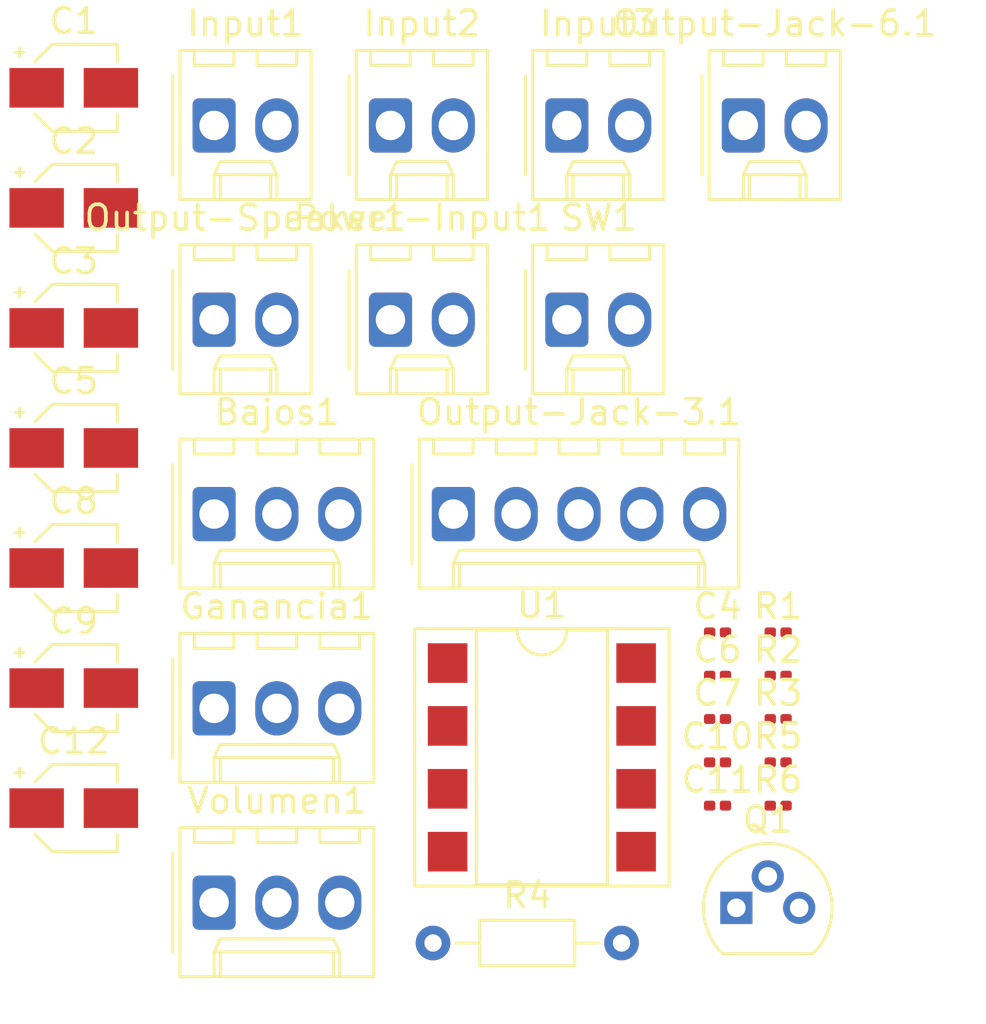
<source format=kicad_pcb>
(kicad_pcb (version 20240108) (generator "pcbnew") (generator_version "8.0")
  (layers (0 "F.Cu" signal) (31 "B.Cu" signal) (34 "B.Paste" user) (35 "F.Paste" user) (36 "B.SilkS" user "B.Silkscreen") (37 "F.SilkS" user "F.Silkscreen") (38 "B.Mask" user) (39 "F.Mask" user) (44 "Edge.Cuts" user))
  (net 0 "")
  (net 1 "Net-(Bajos1-Pad2)")
  (net 3 "Net-(Bajos1-Pad3)")
  (net 4 "Net-(Q1-G)")
  (net 5 "Net-(Input1-Pin_2)")
  (net 6 "GND")
  (net 7 "Net-(C2-Pad1)")
  (net 8 "Net-(Q1-D)")
  (net 9 "Net-(C3-Pad2)")
  (net 10 "Net-(SW1A-B)")
  (net 11 "Net-(C8-Pad1)")
  (net 12 "Net-(C9-Pad2)")
  (net 13 "Net-(C9-Pad1)")
  (net 14 "Net-(C10-Pad1)")
  (net 15 "Net-(C10-Pad2)")
  (net 16 "Net-(C12-Pad2)")
  (net 18 "Net-(Output-Jack-6.1-Pin_1)")
  (net 19 "Net-(Output-Speaker1-Pin_1)")
  (net 20 "Net-(Power-Input1-Pin_2)")
  (net 21 "Net-(Q1-S)")
  (net 22 "Net-(U1-BYPASS)")
  (net 23 "Net-(U1-+)")
  (footprint "Resistor_SMD:R_0201_0603Metric" (layer "F.Cu") (at 53.65 44.12)
    (property "Reference" "R2" (at 0 -1.05 0) (layer "F.SilkS"))
    (property "Value" "1,2kΩ")
    (pad "1" smd roundrect (at -0.32 0) (size 0.46 0.4) (layers "F.Cu" "F.Mask") (net 7 "Net-(C2-Pad1)"))
    (pad "2" smd roundrect (at 0.32 0) (size 0.46 0.4) (layers "F.Cu" "F.Mask") (net 8 "Net-(Q1-D)"))
  )
  (footprint "Capacitor_SMD:CP_Elec_3x5.3" (layer "F.Cu") (at 25.18 34.92)
    (property "Reference" "C5" (at 0 -2.7 0) (layer "F.SilkS"))
    (property "Value" "100µF")
    (fp_line (start -2.375 -1.435) (end -2 -1.435) (stroke (width 0.12)) (layer "F.SilkS"))
    (fp_line (start -2.1875 -1.6225) (end -2.1875 -1.2475) (stroke (width 0.12)) (layer "F.SilkS"))
    (fp_line (start -1.570563 -1.06) (end -0.870563 -1.76) (stroke (width 0.12)) (layer "F.SilkS"))
    (fp_line (start -1.570563 1.06) (end -0.870563 1.76) (stroke (width 0.12)) (layer "F.SilkS"))
    (fp_line (start -0.870563 -1.76) (end 1.76 -1.76) (stroke (width 0.12)) (layer "F.SilkS"))
    (fp_line (start -0.870563 1.76) (end 1.76 1.76) (stroke (width 0.12)) (layer "F.SilkS"))
    (fp_line (start 1.76 -1.76) (end 1.76 -1.06) (stroke (width 0.12)) (layer "F.SilkS"))
    (fp_line (start 1.76 1.76) (end 1.76 1.06) (stroke (width 0.12)) (layer "F.SilkS"))
    (pad "1" smd rect (at -1.5 0) (size 2.2 1.6) (layers "F.Cu" "F.Paste" "F.Mask") (net 10 "Net-(SW1A-B)"))
    (pad "2" smd rect (at 1.5 0) (size 2.2 1.6) (layers "F.Cu" "F.Paste" "F.Mask") (net 6 "GND"))
  )
  (footprint "Resistor_SMD:R_0201_0603Metric" (layer "F.Cu") (at 53.65 42.37)
    (property "Reference" "R1" (at 0 -1.05 0) (layer "F.SilkS"))
    (property "Value" "10MΩ")
    (pad "1" smd roundrect (at -0.32 0) (size 0.46 0.4) (layers "F.Cu" "F.Mask") (net 4 "Net-(Q1-G)"))
    (pad "2" smd roundrect (at 0.32 0) (size 0.46 0.4) (layers "F.Cu" "F.Mask") (net 6 "GND"))
  )
  (footprint "Resistor_SMD:R_0201_0603Metric" (layer "F.Cu") (at 53.65 49.37)
    (property "Reference" "R6" (at 0 -1.05 0) (layer "F.SilkS"))
    (property "Value" "10Ω")
    (pad "1" smd roundrect (at -0.32 0) (size 0.46 0.4) (layers "F.Cu" "F.Mask") (net 15 "Net-(C10-Pad2)"))
    (pad "2" smd roundrect (at 0.32 0) (size 0.46 0.4) (layers "F.Cu" "F.Mask") (net 6 "GND"))
  )
  (footprint "Connector_Molex:Molex_KK-254_AE-6410-05A_1x05_P2.54mm_Vertical" (layer "F.Cu") (at 40.52 37.59)
    (property "Reference" "Output-Jack-3.1" (at 5.08 -4.12 0) (layer "F.SilkS"))
    (property "Value" "AudioJack2_Ground_Switch")
    (fp_line (start -1.67 -2) (end -1.67 2) (stroke (width 0.12)) (layer "F.SilkS"))
    (fp_line (start -1.38 -3.03) (end -1.38 2.99) (stroke (width 0.12)) (layer "F.SilkS"))
    (fp_line (start -1.38 2.99) (end 11.54 2.99) (stroke (width 0.12)) (layer "F.SilkS"))
    (fp_line (start -0.8 -3.03) (end -0.8 -2.43) (stroke (width 0.12)) (layer "F.SilkS"))
    (fp_line (start -0.8 -2.43) (end 0.8 -2.43) (stroke (width 0.12)) (layer "F.SilkS"))
    (fp_line (start 0 1.99) (end 0.25 1.46) (stroke (width 0.12)) (layer "F.SilkS"))
    (fp_line (start 0 1.99) (end 10.16 1.99) (stroke (width 0.12)) (layer "F.SilkS"))
    (fp_line (start 0 2.99) (end 0 1.99) (stroke (width 0.12)) (layer "F.SilkS"))
    (fp_line (start 0.25 1.46) (end 9.91 1.46) (stroke (width 0.12)) (layer "F.SilkS"))
    (fp_line (start 0.25 2.99) (end 0.25 1.99) (stroke (width 0.12)) (layer "F.SilkS"))
    (fp_line (start 0.8 -2.43) (end 0.8 -3.03) (stroke (width 0.12)) (layer "F.SilkS"))
    (fp_line (start 1.74 -3.03) (end 1.74 -2.43) (stroke (width 0.12)) (layer "F.SilkS"))
    (fp_line (start 1.74 -2.43) (end 3.34 -2.43) (stroke (width 0.12)) (layer "F.SilkS"))
    (fp_line (start 3.34 -2.43) (end 3.34 -3.03) (stroke (width 0.12)) (layer "F.SilkS"))
    (fp_line (start 4.28 -3.03) (end 4.28 -2.43) (stroke (width 0.12)) (layer "F.SilkS"))
    (fp_line (start 4.28 -2.43) (end 5.88 -2.43) (stroke (width 0.12)) (layer "F.SilkS"))
    (fp_line (start 5.88 -2.43) (end 5.88 -3.03) (stroke (width 0.12)) (layer "F.SilkS"))
    (fp_line (start 6.82 -3.03) (end 6.82 -2.43) (stroke (width 0.12)) (layer "F.SilkS"))
    (fp_line (start 6.82 -2.43) (end 8.42 -2.43) (stroke (width 0.12)) (layer "F.SilkS"))
    (fp_line (start 8.42 -2.43) (end 8.42 -3.03) (stroke (width 0.12)) (layer "F.SilkS"))
    (fp_line (start 9.36 -3.03) (end 9.36 -2.43) (stroke (width 0.12)) (layer "F.SilkS"))
    (fp_line (start 9.36 -2.43) (end 10.96 -2.43) (stroke (width 0.12)) (layer "F.SilkS"))
    (fp_line (start 9.91 1.46) (end 10.16 1.99) (stroke (width 0.12)) (layer "F.SilkS"))
    (fp_line (start 9.91 2.99) (end 9.91 1.99) (stroke (width 0.12)) (layer "F.SilkS"))
    (fp_line (start 10.16 1.99) (end 10.16 2.99) (stroke (width 0.12)) (layer "F.SilkS"))
    (fp_line (start 10.96 -2.43) (end 10.96 -3.03) (stroke (width 0.12)) (layer "F.SilkS"))
    (fp_line (start 11.54 -3.03) (end -1.38 -3.03) (stroke (width 0.12)) (layer "F.SilkS"))
    (fp_line (start 11.54 2.99) (end 11.54 -3.03) (stroke (width 0.12)) (layer "F.SilkS"))
    (pad "1" thru_hole roundrect (at 0 0) (size 1.74 2.19) (drill 1.19) (layers "*.Cu" "*.Mask") (roundrect_rratio 0.143678))
    (pad "2" thru_hole oval (at 2.54 0) (size 1.74 2.19) (drill 1.19) (layers "*.Cu" "*.Mask"))
    (pad "3" thru_hole oval (at 5.08 0) (size 1.74 2.19) (drill 1.19) (layers "*.Cu" "*.Mask"))
    (pad "4" thru_hole oval (at 7.62 0) (size 1.74 2.19) (drill 1.19) (layers "*.Cu" "*.Mask"))
    (pad "5" thru_hole oval (at 10.16 0) (size 1.74 2.19) (drill 1.19) (layers "*.Cu" "*.Mask"))
  )
  (footprint "Package_TO_SOT_THT:TO-92" (layer "F.Cu") (at 51.96 53.5)
    (property "Reference" "Q1" (at 1.27 -3.56 0) (layer "F.SilkS"))
    (property "Value" "MPF102")
    (fp_line (start -0.53 1.85) (end 3.07 1.85) (stroke (width 0.12)) (layer "F.SilkS"))
    (fp_arc (start -0.568478 1.838478) (mid -1.132087 -0.994977) (end 1.27 -2.6) (stroke (width 0.12)) (layer "F.SilkS"))
    (fp_arc (start 1.27 -2.6) (mid 3.672087 -0.994977) (end 3.108478 1.838478) (stroke (width 0.12)) (layer "F.SilkS"))
    (pad "1" thru_hole rect (at 0 0) (size 1.3 1.3) (drill 0.75) (layers "*.Cu" "*.Mask") (net 8 "Net-(Q1-D)"))
    (pad "2" thru_hole circle (at 1.27 -1.27) (size 1.3 1.3) (drill 0.75) (layers "*.Cu" "*.Mask") (net 4 "Net-(Q1-G)"))
    (pad "3" thru_hole circle (at 2.54 0) (size 1.3 1.3) (drill 0.75) (layers "*.Cu" "*.Mask") (net 21 "Net-(Q1-S)"))
  )
  (footprint "Resistor_THT:R_Axial_DIN0204_L3.6mm_D1.6mm_P7.62mm_Horizontal" (layer "F.Cu") (at 39.7 54.92)
    (property "Reference" "R4" (at 3.81 -1.92 0) (layer "F.SilkS"))
    (property "Value" "10Ω")
    (fp_line (start 0.94 0) (end 1.89 0) (stroke (width 0.12)) (layer "F.SilkS"))
    (fp_line (start 1.89 -0.92) (end 1.89 0.92) (stroke (width 0.12)) (layer "F.SilkS"))
    (fp_line (start 1.89 0.92) (end 5.73 0.92) (stroke (width 0.12)) (layer "F.SilkS"))
    (fp_line (start 5.73 -0.92) (end 1.89 -0.92) (stroke (width 0.12)) (layer "F.SilkS"))
    (fp_line (start 5.73 0.92) (end 5.73 -0.92) (stroke (width 0.12)) (layer "F.SilkS"))
    (fp_line (start 6.68 0) (end 5.73 0) (stroke (width 0.12)) (layer "F.SilkS"))
    (pad "1" thru_hole circle (at 0 0) (size 1.4 1.4) (drill 0.7) (layers "*.Cu" "*.Mask") (net 7 "Net-(C2-Pad1)"))
    (pad "2" thru_hole oval (at 7.62 0) (size 1.4 1.4) (drill 0.7) (layers "*.Cu" "*.Mask") (net 10 "Net-(SW1A-B)"))
  )
  (footprint "Capacitor_SMD:CP_Elec_3x5.3" (layer "F.Cu") (at 25.18 25.22)
    (property "Reference" "C2" (at 0 -2.7 0) (layer "F.SilkS"))
    (property "Value" "100µF")
    (fp_line (start -2.375 -1.435) (end -2 -1.435) (stroke (width 0.12)) (layer "F.SilkS"))
    (fp_line (start -2.1875 -1.6225) (end -2.1875 -1.2475) (stroke (width 0.12)) (layer "F.SilkS"))
    (fp_line (start -1.570563 -1.06) (end -0.870563 -1.76) (stroke (width 0.12)) (layer "F.SilkS"))
    (fp_line (start -1.570563 1.06) (end -0.870563 1.76) (stroke (width 0.12)) (layer "F.SilkS"))
    (fp_line (start -0.870563 -1.76) (end 1.76 -1.76) (stroke (width 0.12)) (layer "F.SilkS"))
    (fp_line (start -0.870563 1.76) (end 1.76 1.76) (stroke (width 0.12)) (layer "F.SilkS"))
    (fp_line (start 1.76 -1.76) (end 1.76 -1.06) (stroke (width 0.12)) (layer "F.SilkS"))
    (fp_line (start 1.76 1.76) (end 1.76 1.06) (stroke (width 0.12)) (layer "F.SilkS"))
    (pad "1" smd rect (at -1.5 0) (size 2.2 1.6) (layers "F.Cu" "F.Paste" "F.Mask") (net 7 "Net-(C2-Pad1)"))
    (pad "2" smd rect (at 1.5 0) (size 2.2 1.6) (layers "F.Cu" "F.Paste" "F.Mask") (net 6 "GND"))
  )
  (footprint "Connector_Molex:Molex_KK-254_AE-6410-02A_1x02_P2.54mm_Vertical" (layer "F.Cu") (at 45.11 21.89)
    (property "Reference" "Input3" (at 1.27 -4.12 0) (layer "F.SilkS"))
    (property "Value" "Screw_Terminal_01x02")
    (fp_line (start -1.67 -2) (end -1.67 2) (stroke (width 0.12)) (layer "F.SilkS"))
    (fp_line (start -1.38 -3.03) (end -1.38 2.99) (stroke (width 0.12)) (layer "F.SilkS"))
    (fp_line (start -1.38 2.99) (end 3.92 2.99) (stroke (width 0.12)) (layer "F.SilkS"))
    (fp_line (start -0.8 -3.03) (end -0.8 -2.43) (stroke (width 0.12)) (layer "F.SilkS"))
    (fp_line (start -0.8 -2.43) (end 0.8 -2.43) (stroke (width 0.12)) (layer "F.SilkS"))
    (fp_line (start 0 1.99) (end 0.25 1.46) (stroke (width 0.12)) (layer "F.SilkS"))
    (fp_line (start 0 1.99) (end 2.54 1.99) (stroke (width 0.12)) (layer "F.SilkS"))
    (fp_line (start 0 2.99) (end 0 1.99) (stroke (width 0.12)) (layer "F.SilkS"))
    (fp_line (start 0.25 1.46) (end 2.29 1.46) (stroke (width 0.12)) (layer "F.SilkS"))
    (fp_line (start 0.25 2.99) (end 0.25 1.99) (stroke (width 0.12)) (layer "F.SilkS"))
    (fp_line (start 0.8 -2.43) (end 0.8 -3.03) (stroke (width 0.12)) (layer "F.SilkS"))
    (fp_line (start 1.74 -3.03) (end 1.74 -2.43) (stroke (width 0.12)) (layer "F.SilkS"))
    (fp_line (start 1.74 -2.43) (end 3.34 -2.43) (stroke (width 0.12)) (layer "F.SilkS"))
    (fp_line (start 2.29 1.46) (end 2.54 1.99) (stroke (width 0.12)) (layer "F.SilkS"))
    (fp_line (start 2.29 2.99) (end 2.29 1.99) (stroke (width 0.12)) (layer "F.SilkS"))
    (fp_line (start 2.54 1.99) (end 2.54 2.99) (stroke (width 0.12)) (layer "F.SilkS"))
    (fp_line (start 3.34 -2.43) (end 3.34 -3.03) (stroke (width 0.12)) (layer "F.SilkS"))
    (fp_line (start 3.92 -3.03) (end -1.38 -3.03) (stroke (width 0.12)) (layer "F.SilkS"))
    (fp_line (start 3.92 2.99) (end 3.92 -3.03) (stroke (width 0.12)) (layer "F.SilkS"))
    (pad "1" thru_hole roundrect (at 0 0) (size 1.74 2.19) (drill 1.19) (layers "*.Cu" "*.Mask") (roundrect_rratio 0.143678) (net 6 "GND"))
    (pad "2" thru_hole oval (at 2.54 0) (size 1.74 2.19) (drill 1.19) (layers "*.Cu" "*.Mask") (net 5 "Net-(Input1-Pin_2)"))
  )
  (footprint "Resistor_SMD:R_0201_0603Metric" (layer "F.Cu") (at 53.65 45.87)
    (property "Reference" "R3" (at 0 -1.05 0) (layer "F.SilkS"))
    (property "Value" "470Ω")
    (pad "1" smd roundrect (at -0.32 0) (size 0.46 0.4) (layers "F.Cu" "F.Mask") (net 21 "Net-(Q1-S)"))
    (pad "2" smd roundrect (at 0.32 0) (size 0.46 0.4) (layers "F.Cu" "F.Mask") (net 6 "GND"))
  )
  (footprint "Connector_Molex:Molex_KK-254_AE-6410-03A_1x03_P2.54mm_Vertical" (layer "F.Cu") (at 30.85 53.29)
    (property "Reference" "Volumen1" (at 2.54 -4.12 0) (layer "F.SilkS"))
    (property "Value" "10KΩ")
    (fp_line (start -1.67 -2) (end -1.67 2) (stroke (width 0.12)) (layer "F.SilkS"))
    (fp_line (start -1.38 -3.03) (end -1.38 2.99) (stroke (width 0.12)) (layer "F.SilkS"))
    (fp_line (start -1.38 2.99) (end 6.46 2.99) (stroke (width 0.12)) (layer "F.SilkS"))
    (fp_line (start -0.8 -3.03) (end -0.8 -2.43) (stroke (width 0.12)) (layer "F.SilkS"))
    (fp_line (start -0.8 -2.43) (end 0.8 -2.43) (stroke (width 0.12)) (layer "F.SilkS"))
    (fp_line (start 0 1.99) (end 0.25 1.46) (stroke (width 0.12)) (layer "F.SilkS"))
    (fp_line (start 0 1.99) (end 5.08 1.99) (stroke (width 0.12)) (layer "F.SilkS"))
    (fp_line (start 0 2.99) (end 0 1.99) (stroke (width 0.12)) (layer "F.SilkS"))
    (fp_line (start 0.25 1.46) (end 4.83 1.46) (stroke (width 0.12)) (layer "F.SilkS"))
    (fp_line (start 0.25 2.99) (end 0.25 1.99) (stroke (width 0.12)) (layer "F.SilkS"))
    (fp_line (start 0.8 -2.43) (end 0.8 -3.03) (stroke (width 0.12)) (layer "F.SilkS"))
    (fp_line (start 1.74 -3.03) (end 1.74 -2.43) (stroke (width 0.12)) (layer "F.SilkS"))
    (fp_line (start 1.74 -2.43) (end 3.34 -2.43) (stroke (width 0.12)) (layer "F.SilkS"))
    (fp_line (start 3.34 -2.43) (end 3.34 -3.03) (stroke (width 0.12)) (layer "F.SilkS"))
    (fp_line (start 4.28 -3.03) (end 4.28 -2.43) (stroke (width 0.12)) (layer "F.SilkS"))
    (fp_line (start 4.28 -2.43) (end 5.88 -2.43) (stroke (width 0.12)) (layer "F.SilkS"))
    (fp_line (start 4.83 1.46) (end 5.08 1.99) (stroke (width 0.12)) (layer "F.SilkS"))
    (fp_line (start 4.83 2.99) (end 4.83 1.99) (stroke (width 0.12)) (layer "F.SilkS"))
    (fp_line (start 5.08 1.99) (end 5.08 2.99) (stroke (width 0.12)) (layer "F.SilkS"))
    (fp_line (start 5.88 -2.43) (end 5.88 -3.03) (stroke (width 0.12)) (layer "F.SilkS"))
    (fp_line (start 6.46 -3.03) (end -1.38 -3.03) (stroke (width 0.12)) (layer "F.SilkS"))
    (fp_line (start 6.46 2.99) (end 6.46 -3.03) (stroke (width 0.12)) (layer "F.SilkS"))
    (pad "1" thru_hole roundrect (at 0 0) (size 1.74 2.19) (drill 1.19) (layers "*.Cu" "*.Mask") (roundrect_rratio 0.143678) (net 9 "Net-(C3-Pad2)"))
    (pad "2" thru_hole oval (at 2.54 0) (size 1.74 2.19) (drill 1.19) (layers "*.Cu" "*.Mask") (net 23 "Net-(U1-+)"))
    (pad "3" thru_hole oval (at 5.08 0) (size 1.74 2.19) (drill 1.19) (layers "*.Cu" "*.Mask") (net 6 "GND"))
  )
  (footprint "Connector_Molex:Molex_KK-254_AE-6410-03A_1x03_P2.54mm_Vertical" (layer "F.Cu") (at 30.85 37.59)
    (property "Reference" "Bajos1" (at 2.54 -4.12 0) (layer "F.SilkS"))
    (property "Value" "10KΩ")
    (fp_line (start -1.67 -2) (end -1.67 2) (stroke (width 0.12)) (layer "F.SilkS"))
    (fp_line (start -1.38 -3.03) (end -1.38 2.99) (stroke (width 0.12)) (layer "F.SilkS"))
    (fp_line (start -1.38 2.99) (end 6.46 2.99) (stroke (width 0.12)) (layer "F.SilkS"))
    (fp_line (start -0.8 -3.03) (end -0.8 -2.43) (stroke (width 0.12)) (layer "F.SilkS"))
    (fp_line (start -0.8 -2.43) (end 0.8 -2.43) (stroke (width 0.12)) (layer "F.SilkS"))
    (fp_line (start 0 1.99) (end 0.25 1.46) (stroke (width 0.12)) (layer "F.SilkS"))
    (fp_line (start 0 1.99) (end 5.08 1.99) (stroke (width 0.12)) (layer "F.SilkS"))
    (fp_line (start 0 2.99) (end 0 1.99) (stroke (width 0.12)) (layer "F.SilkS"))
    (fp_line (start 0.25 1.46) (end 4.83 1.46) (stroke (width 0.12)) (layer "F.SilkS"))
    (fp_line (start 0.25 2.99) (end 0.25 1.99) (stroke (width 0.12)) (layer "F.SilkS"))
    (fp_line (start 0.8 -2.43) (end 0.8 -3.03) (stroke (width 0.12)) (layer "F.SilkS"))
    (fp_line (start 1.74 -3.03) (end 1.74 -2.43) (stroke (width 0.12)) (layer "F.SilkS"))
    (fp_line (start 1.74 -2.43) (end 3.34 -2.43) (stroke (width 0.12)) (layer "F.SilkS"))
    (fp_line (start 3.34 -2.43) (end 3.34 -3.03) (stroke (width 0.12)) (layer "F.SilkS"))
    (fp_line (start 4.28 -3.03) (end 4.28 -2.43) (stroke (width 0.12)) (layer "F.SilkS"))
    (fp_line (start 4.28 -2.43) (end 5.88 -2.43) (stroke (width 0.12)) (layer "F.SilkS"))
    (fp_line (start 4.83 1.46) (end 5.08 1.99) (stroke (width 0.12)) (layer "F.SilkS"))
    (fp_line (start 4.83 2.99) (end 4.83 1.99) (stroke (width 0.12)) (layer "F.SilkS"))
    (fp_line (start 5.08 1.99) (end 5.08 2.99) (stroke (width 0.12)) (layer "F.SilkS"))
    (fp_line (start 5.88 -2.43) (end 5.88 -3.03) (stroke (width 0.12)) (layer "F.SilkS"))
    (fp_line (start 6.46 -3.03) (end -1.38 -3.03) (stroke (width 0.12)) (layer "F.SilkS"))
    (fp_line (start 6.46 2.99) (end 6.46 -3.03) (stroke (width 0.12)) (layer "F.SilkS"))
    (pad "1" thru_hole roundrect (at 0 0) (size 1.74 2.19) (drill 1.19) (layers "*.Cu" "*.Mask") (roundrect_rratio 0.143678))
    (pad "2" thru_hole oval (at 2.54 0) (size 1.74 2.19) (drill 1.19) (layers "*.Cu" "*.Mask") (net 1 "Net-(Bajos1-Pad2)"))
    (pad "3" thru_hole oval (at 5.08 0) (size 1.74 2.19) (drill 1.19) (layers "*.Cu" "*.Mask") (net 3 "Net-(Bajos1-Pad3)"))
  )
  (footprint "Connector_Molex:Molex_KK-254_AE-6410-02A_1x02_P2.54mm_Vertical" (layer "F.Cu") (at 37.98 21.89)
    (property "Reference" "Input2" (at 1.27 -4.12 0) (layer "F.SilkS"))
    (property "Value" "Screw_Terminal_01x02")
    (fp_line (start -1.67 -2) (end -1.67 2) (stroke (width 0.12)) (layer "F.SilkS"))
    (fp_line (start -1.38 -3.03) (end -1.38 2.99) (stroke (width 0.12)) (layer "F.SilkS"))
    (fp_line (start -1.38 2.99) (end 3.92 2.99) (stroke (width 0.12)) (layer "F.SilkS"))
    (fp_line (start -0.8 -3.03) (end -0.8 -2.43) (stroke (width 0.12)) (layer "F.SilkS"))
    (fp_line (start -0.8 -2.43) (end 0.8 -2.43) (stroke (width 0.12)) (layer "F.SilkS"))
    (fp_line (start 0 1.99) (end 0.25 1.46) (stroke (width 0.12)) (layer "F.SilkS"))
    (fp_line (start 0 1.99) (end 2.54 1.99) (stroke (width 0.12)) (layer "F.SilkS"))
    (fp_line (start 0 2.99) (end 0 1.99) (stroke (width 0.12)) (layer "F.SilkS"))
    (fp_line (start 0.25 1.46) (end 2.29 1.46) (stroke (width 0.12)) (layer "F.SilkS"))
    (fp_line (start 0.25 2.99) (end 0.25 1.99) (stroke (width 0.12)) (layer "F.SilkS"))
    (fp_line (start 0.8 -2.43) (end 0.8 -3.03) (stroke (width 0.12)) (layer "F.SilkS"))
    (fp_line (start 1.74 -3.03) (end 1.74 -2.43) (stroke (width 0.12)) (layer "F.SilkS"))
    (fp_line (start 1.74 -2.43) (end 3.34 -2.43) (stroke (width 0.12)) (layer "F.SilkS"))
    (fp_line (start 2.29 1.46) (end 2.54 1.99) (stroke (width 0.12)) (layer "F.SilkS"))
    (fp_line (start 2.29 2.99) (end 2.29 1.99) (stroke (width 0.12)) (layer "F.SilkS"))
    (fp_line (start 2.54 1.99) (end 2.54 2.99) (stroke (width 0.12)) (layer "F.SilkS"))
    (fp_line (start 3.34 -2.43) (end 3.34 -3.03) (stroke (width 0.12)) (layer "F.SilkS"))
    (fp_line (start 3.92 -3.03) (end -1.38 -3.03) (stroke (width 0.12)) (layer "F.SilkS"))
    (fp_line (start 3.92 2.99) (end 3.92 -3.03) (stroke (width 0.12)) (layer "F.SilkS"))
    (pad "1" thru_hole roundrect (at 0 0) (size 1.74 2.19) (drill 1.19) (layers "*.Cu" "*.Mask") (roundrect_rratio 0.143678) (net 6 "GND"))
    (pad "2" thru_hole oval (at 2.54 0) (size 1.74 2.19) (drill 1.19) (layers "*.Cu" "*.Mask") (net 5 "Net-(Input1-Pin_2)"))
  )
  (footprint "Capacitor_SMD:C_0201_0603Metric" (layer "F.Cu") (at 51.2 47.62)
    (property "Reference" "C10" (at 0 -1.05 0) (layer "F.SilkS"))
    (property "Value" "0,1µF")
    (pad "1" smd roundrect (at -0.32 0) (size 0.46 0.4) (layers "F.Cu" "F.Mask") (net 14 "Net-(C10-Pad1)"))
    (pad "2" smd roundrect (at 0.32 0) (size 0.46 0.4) (layers "F.Cu" "F.Mask") (net 15 "Net-(C10-Pad2)"))
  )
  (footprint "Connector_Molex:Molex_KK-254_AE-6410-02A_1x02_P2.54mm_Vertical" (layer "F.Cu") (at 45.11 29.74)
    (property "Reference" "SW1" (at 1.27 -4.12 0) (layer "F.SilkS"))
    (property "Value" "SW_DPST_x2")
    (fp_line (start -1.67 -2) (end -1.67 2) (stroke (width 0.12)) (layer "F.SilkS"))
    (fp_line (start -1.38 -3.03) (end -1.38 2.99) (stroke (width 0.12)) (layer "F.SilkS"))
    (fp_line (start -1.38 2.99) (end 3.92 2.99) (stroke (width 0.12)) (layer "F.SilkS"))
    (fp_line (start -0.8 -3.03) (end -0.8 -2.43) (stroke (width 0.12)) (layer "F.SilkS"))
    (fp_line (start -0.8 -2.43) (end 0.8 -2.43) (stroke (width 0.12)) (layer "F.SilkS"))
    (fp_line (start 0 1.99) (end 0.25 1.46) (stroke (width 0.12)) (layer "F.SilkS"))
    (fp_line (start 0 1.99) (end 2.54 1.99) (stroke (width 0.12)) (layer "F.SilkS"))
    (fp_line (start 0 2.99) (end 0 1.99) (stroke (width 0.12)) (layer "F.SilkS"))
    (fp_line (start 0.25 1.46) (end 2.29 1.46) (stroke (width 0.12)) (layer "F.SilkS"))
    (fp_line (start 0.25 2.99) (end 0.25 1.99) (stroke (width 0.12)) (layer "F.SilkS"))
    (fp_line (start 0.8 -2.43) (end 0.8 -3.03) (stroke (width 0.12)) (layer "F.SilkS"))
    (fp_line (start 1.74 -3.03) (end 1.74 -2.43) (stroke (width 0.12)) (layer "F.SilkS"))
    (fp_line (start 1.74 -2.43) (end 3.34 -2.43) (stroke (width 0.12)) (layer "F.SilkS"))
    (fp_line (start 2.29 1.46) (end 2.54 1.99) (stroke (width 0.12)) (layer "F.SilkS"))
    (fp_line (start 2.29 2.99) (end 2.29 1.99) (stroke (width 0.12)) (layer "F.SilkS"))
    (fp_line (start 2.54 1.99) (end 2.54 2.99) (stroke (width 0.12)) (layer "F.SilkS"))
    (fp_line (start 3.34 -2.43) (end 3.34 -3.03) (stroke (width 0.12)) (layer "F.SilkS"))
    (fp_line (start 3.92 -3.03) (end -1.38 -3.03) (stroke (width 0.12)) (layer "F.SilkS"))
    (fp_line (start 3.92 2.99) (end 3.92 -3.03) (stroke (width 0.12)) (layer "F.SilkS"))
    (pad "1" thru_hole roundrect (at 0 0) (size 1.74 2.19) (drill 1.19) (layers "*.Cu" "*.Mask") (roundrect_rratio 0.143678) (net 20 "Net-(Power-Input1-Pin_2)"))
    (pad "2" thru_hole oval (at 2.54 0) (size 1.74 2.19) (drill 1.19) (layers "*.Cu" "*.Mask") (net 10 "Net-(SW1A-B)"))
  )
  (footprint "Connector_Molex:Molex_KK-254_AE-6410-03A_1x03_P2.54mm_Vertical" (layer "F.Cu") (at 30.85 45.44)
    (property "Reference" "Ganancia1" (at 2.54 -4.12 0) (layer "F.SilkS"))
    (property "Value" "10KΩ")
    (fp_line (start -1.67 -2) (end -1.67 2) (stroke (width 0.12)) (layer "F.SilkS"))
    (fp_line (start -1.38 -3.03) (end -1.38 2.99) (stroke (width 0.12)) (layer "F.SilkS"))
    (fp_line (start -1.38 2.99) (end 6.46 2.99) (stroke (width 0.12)) (layer "F.SilkS"))
    (fp_line (start -0.8 -3.03) (end -0.8 -2.43) (stroke (width 0.12)) (layer "F.SilkS"))
    (fp_line (start -0.8 -2.43) (end 0.8 -2.43) (stroke (width 0.12)) (layer "F.SilkS"))
    (fp_line (start 0 1.99) (end 0.25 1.46) (stroke (width 0.12)) (layer "F.SilkS"))
    (fp_line (start 0 1.99) (end 5.08 1.99) (stroke (width 0.12)) (layer "F.SilkS"))
    (fp_line (start 0 2.99) (end 0 1.99) (stroke (width 0.12)) (layer "F.SilkS"))
    (fp_line (start 0.25 1.46) (end 4.83 1.46) (stroke (width 0.12)) (layer "F.SilkS"))
    (fp_line (start 0.25 2.99) (end 0.25 1.99) (stroke (width 0.12)) (layer "F.SilkS"))
    (fp_line (start 0.8 -2.43) (end 0.8 -3.03) (stroke (width 0.12)) (layer "F.SilkS"))
    (fp_line (start 1.74 -3.03) (end 1.74 -2.43) (stroke (width 0.12)) (layer "F.SilkS"))
    (fp_line (start 1.74 -2.43) (end 3.34 -2.43) (stroke (width 0.12)) (layer "F.SilkS"))
    (fp_line (start 3.34 -2.43) (end 3.34 -3.03) (stroke (width 0.12)) (layer "F.SilkS"))
    (fp_line (start 4.28 -3.03) (end 4.28 -2.43) (stroke (width 0.12)) (layer "F.SilkS"))
    (fp_line (start 4.28 -2.43) (end 5.88 -2.43) (stroke (width 0.12)) (layer "F.SilkS"))
    (fp_line (start 4.83 1.46) (end 5.08 1.99) (stroke (width 0.12)) (layer "F.SilkS"))
    (fp_line (start 4.83 2.99) (end 4.83 1.99) (stroke (width 0.12)) (layer "F.SilkS"))
    (fp_line (start 5.08 1.99) (end 5.08 2.99) (stroke (width 0.12)) (layer "F.SilkS"))
    (fp_line (start 5.88 -2.43) (end 5.88 -3.03) (stroke (width 0.12)) (layer "F.SilkS"))
    (fp_line (start 6.46 -3.03) (end -1.38 -3.03) (stroke (width 0.12)) (layer "F.SilkS"))
    (fp_line (start 6.46 2.99) (end 6.46 -3.03) (stroke (width 0.12)) (layer "F.SilkS"))
    (pad "1" thru_hole roundrect (at 0 0) (size 1.74 2.19) (drill 1.19) (layers "*.Cu" "*.Mask") (roundrect_rratio 0.143678) (net 13 "Net-(C9-Pad1)"))
    (pad "2" thru_hole oval (at 2.54 0) (size 1.74 2.19) (drill 1.19) (layers "*.Cu" "*.Mask") (net 3 "Net-(Bajos1-Pad3)"))
    (pad "3" thru_hole oval (at 5.08 0) (size 1.74 2.19) (drill 1.19) (layers "*.Cu" "*.Mask"))
  )
  (footprint "Capacitor_SMD:C_0201_0603Metric" (layer "F.Cu") (at 51.2 42.37)
    (property "Reference" "C4" (at 0 -1.05 0) (layer "F.SilkS"))
    (property "Value" "0,1µF")
    (pad "1" smd roundrect (at -0.32 0) (size 0.46 0.4) (layers "F.Cu" "F.Mask") (net 10 "Net-(SW1A-B)"))
    (pad "2" smd roundrect (at 0.32 0) (size 0.46 0.4) (layers "F.Cu" "F.Mask") (net 6 "GND"))
  )
  (footprint "Connector_Molex:Molex_KK-254_AE-6410-02A_1x02_P2.54mm_Vertical" (layer "F.Cu") (at 30.85 29.74)
    (property "Reference" "Output-Speaker1" (at 1.27 -4.12 0) (layer "F.SilkS"))
    (property "Value" "Screw_Terminal_01x02")
    (fp_line (start -1.67 -2) (end -1.67 2) (stroke (width 0.12)) (layer "F.SilkS"))
    (fp_line (start -1.38 -3.03) (end -1.38 2.99) (stroke (width 0.12)) (layer "F.SilkS"))
    (fp_line (start -1.38 2.99) (end 3.92 2.99) (stroke (width 0.12)) (layer "F.SilkS"))
    (fp_line (start -0.8 -3.03) (end -0.8 -2.43) (stroke (width 0.12)) (layer "F.SilkS"))
    (fp_line (start -0.8 -2.43) (end 0.8 -2.43) (stroke (width 0.12)) (layer "F.SilkS"))
    (fp_line (start 0 1.99) (end 0.25 1.46) (stroke (width 0.12)) (layer "F.SilkS"))
    (fp_line (start 0 1.99) (end 2.54 1.99) (stroke (width 0.12)) (layer "F.SilkS"))
    (fp_line (start 0 2.99) (end 0 1.99) (stroke (width 0.12)) (layer "F.SilkS"))
    (fp_line (start 0.25 1.46) (end 2.29 1.46) (stroke (width 0.12)) (layer "F.SilkS"))
    (fp_line (start 0.25 2.99) (end 0.25 1.99) (stroke (width 0.12)) (layer "F.SilkS"))
    (fp_line (start 0.8 -2.43) (end 0.8 -3.03) (stroke (width 0.12)) (layer "F.SilkS"))
    (fp_line (start 1.74 -3.03) (end 1.74 -2.43) (stroke (width 0.12)) (layer "F.SilkS"))
    (fp_line (start 1.74 -2.43) (end 3.34 -2.43) (stroke (width 0.12)) (layer "F.SilkS"))
    (fp_line (start 2.29 1.46) (end 2.54 1.99) (stroke (width 0.12)) (layer "F.SilkS"))
    (fp_line (start 2.29 2.99) (end 2.29 1.99) (stroke (width 0.12)) (layer "F.SilkS"))
    (fp_line (start 2.54 1.99) (end 2.54 2.99) (stroke (width 0.12)) (layer "F.SilkS"))
    (fp_line (start 3.34 -2.43) (end 3.34 -3.03) (stroke (width 0.12)) (layer "F.SilkS"))
    (fp_line (start 3.92 -3.03) (end -1.38 -3.03) (stroke (width 0.12)) (layer "F.SilkS"))
    (fp_line (start 3.92 2.99) (end 3.92 -3.03) (stroke (width 0.12)) (layer "F.SilkS"))
    (pad "1" thru_hole roundrect (at 0 0) (size 1.74 2.19) (drill 1.19) (layers "*.Cu" "*.Mask") (roundrect_rratio 0.143678) (net 19 "Net-(Output-Speaker1-Pin_1)"))
    (pad "2" thru_hole oval (at 2.54 0) (size 1.74 2.19) (drill 1.19) (layers "*.Cu" "*.Mask") (net 6 "GND"))
  )
  (footprint "Capacitor_SMD:CP_Elec_3x5.3" (layer "F.Cu") (at 25.18 49.47)
    (property "Reference" "C12" (at 0 -2.7 0) (layer "F.SilkS"))
    (property "Value" "1000µF")
    (fp_line (start -2.375 -1.435) (end -2 -1.435) (stroke (width 0.12)) (layer "F.SilkS"))
    (fp_line (start -2.1875 -1.6225) (end -2.1875 -1.2475) (stroke (width 0.12)) (layer "F.SilkS"))
    (fp_line (start -1.570563 -1.06) (end -0.870563 -1.76) (stroke (width 0.12)) (layer "F.SilkS"))
    (fp_line (start -1.570563 1.06) (end -0.870563 1.76) (stroke (width 0.12)) (layer "F.SilkS"))
    (fp_line (start -0.870563 -1.76) (end 1.76 -1.76) (stroke (width 0.12)) (layer "F.SilkS"))
    (fp_line (start -0.870563 1.76) (end 1.76 1.76) (stroke (width 0.12)) (layer "F.SilkS"))
    (fp_line (start 1.76 -1.76) (end 1.76 -1.06) (stroke (width 0.12)) (layer "F.SilkS"))
    (fp_line (start 1.76 1.76) (end 1.76 1.06) (stroke (width 0.12)) (layer "F.SilkS"))
    (pad "1" smd rect (at -1.5 0) (size 2.2 1.6) (layers "F.Cu" "F.Paste" "F.Mask") (net 14 "Net-(C10-Pad1)"))
    (pad "2" smd rect (at 1.5 0) (size 2.2 1.6) (layers "F.Cu" "F.Paste" "F.Mask") (net 16 "Net-(C12-Pad2)"))
  )
  (footprint "Capacitor_SMD:C_0201_0603Metric" (layer "F.Cu") (at 51.2 44.12)
    (property "Reference" "C6" (at 0 -1.05 0) (layer "F.SilkS"))
    (property "Value" "0,1µF")
    (pad "1" smd roundrect (at -0.32 0) (size 0.46 0.4) (layers "F.Cu" "F.Mask") (net 6 "GND"))
    (pad "2" smd roundrect (at 0.32 0) (size 0.46 0.4) (layers "F.Cu" "F.Mask") (net 10 "Net-(SW1A-B)"))
  )
  (footprint "Capacitor_SMD:CP_Elec_3x5.3" (layer "F.Cu") (at 25.18 30.07)
    (property "Reference" "C3" (at 0 -2.7 0) (layer "F.SilkS"))
    (property "Value" "4,7µF")
    (fp_line (start -2.375 -1.435) (end -2 -1.435) (stroke (width 0.12)) (layer "F.SilkS"))
    (fp_line (start -2.1875 -1.6225) (end -2.1875 -1.2475) (stroke (width 0.12)) (layer "F.SilkS"))
    (fp_line (start -1.570563 -1.06) (end -0.870563 -1.76) (stroke (width 0.12)) (layer "F.SilkS"))
    (fp_line (start -1.570563 1.06) (end -0.870563 1.76) (stroke (width 0.12)) (layer "F.SilkS"))
    (fp_line (start -0.870563 -1.76) (end 1.76 -1.76) (stroke (width 0.12)) (layer "F.SilkS"))
    (fp_line (start -0.870563 1.76) (end 1.76 1.76) (stroke (width 0.12)) (layer "F.SilkS"))
    (fp_line (start 1.76 -1.76) (end 1.76 -1.06) (stroke (width 0.12)) (layer "F.SilkS"))
    (fp_line (start 1.76 1.76) (end 1.76 1.06) (stroke (width 0.12)) (layer "F.SilkS"))
    (pad "1" smd rect (at -1.5 0) (size 2.2 1.6) (layers "F.Cu" "F.Paste" "F.Mask") (net 8 "Net-(Q1-D)"))
    (pad "2" smd rect (at 1.5 0) (size 2.2 1.6) (layers "F.Cu" "F.Paste" "F.Mask") (net 9 "Net-(C3-Pad2)"))
  )
  (footprint "Package_DIP:DIP-8_W7.62mm_SMDSocket_SmallPads" (layer "F.Cu") (at 44.1 47.42)
    (property "Reference" "U1" (at 0 -6.14 0) (layer "F.SilkS"))
    (property "Value" "LM386")
    (fp_line (start -5.14 -5.2) (end -5.14 5.2) (stroke (width 0.12)) (layer "F.SilkS"))
    (fp_line (start -5.14 5.2) (end 5.14 5.2) (stroke (width 0.12)) (layer "F.SilkS"))
    (fp_line (start -2.65 -5.14) (end -2.65 5.14) (stroke (width 0.12)) (layer "F.SilkS"))
    (fp_line (start -2.65 5.14) (end 2.65 5.14) (stroke (width 0.12)) (layer "F.SilkS"))
    (fp_line (start -1 -5.14) (end -2.65 -5.14) (stroke (width 0.12)) (layer "F.SilkS"))
    (fp_line (start 2.65 -5.14) (end 1 -5.14) (stroke (width 0.12)) (layer "F.SilkS"))
    (fp_line (start 2.65 5.14) (end 2.65 -5.14) (stroke (width 0.12)) (layer "F.SilkS"))
    (fp_line (start 5.14 -5.2) (end -5.14 -5.2) (stroke (width 0.12)) (layer "F.SilkS"))
    (fp_line (start 5.14 5.2) (end 5.14 -5.2) (stroke (width 0.12)) (layer "F.SilkS"))
    (fp_arc (start 1 -5.14) (mid 0 -4.14) (end -1 -5.14) (stroke (width 0.12)) (layer "F.SilkS"))
    (pad "1" smd rect (at -3.81 -3.81) (size 1.6 1.6) (layers "F.Cu" "F.Paste" "F.Mask") (net 3 "Net-(Bajos1-Pad3)"))
    (pad "2" smd rect (at -3.81 -1.27) (size 1.6 1.6) (layers "F.Cu" "F.Paste" "F.Mask") (net 6 "GND"))
    (pad "3" smd rect (at -3.81 1.27) (size 1.6 1.6) (layers "F.Cu" "F.Paste" "F.Mask") (net 23 "Net-(U1-+)"))
    (pad "4" smd rect (at -3.81 3.81) (size 1.6 1.6) (layers "F.Cu" "F.Paste" "F.Mask") (net 10 "Net-(SW1A-B)"))
    (pad "5" smd rect (at 3.81 3.81) (size 1.6 1.6) (layers "F.Cu" "F.Paste" "F.Mask") (net 14 "Net-(C10-Pad1)"))
    (pad "6" smd rect (at 3.81 1.27) (size 1.6 1.6) (layers "F.Cu" "F.Paste" "F.Mask") (net 6 "GND"))
    (pad "7" smd rect (at 3.81 -1.27) (size 1.6 1.6) (layers "F.Cu" "F.Paste" "F.Mask") (net 22 "Net-(U1-BYPASS)"))
    (pad "8" smd rect (at 3.81 -3.81) (size 1.6 1.6) (layers "F.Cu" "F.Paste" "F.Mask") (net 12 "Net-(C9-Pad2)"))
  )
  (footprint "Capacitor_SMD:CP_Elec_3x5.3" (layer "F.Cu") (at 25.18 20.37)
    (property "Reference" "C1" (at 0 -2.7 0) (layer "F.SilkS"))
    (property "Value" "0,1µF")
    (fp_line (start -2.375 -1.435) (end -2 -1.435) (stroke (width 0.12)) (layer "F.SilkS"))
    (fp_line (start -2.1875 -1.6225) (end -2.1875 -1.2475) (stroke (width 0.12)) (layer "F.SilkS"))
    (fp_line (start -1.570563 -1.06) (end -0.870563 -1.76) (stroke (width 0.12)) (layer "F.SilkS"))
    (fp_line (start -1.570563 1.06) (end -0.870563 1.76) (stroke (width 0.12)) (layer "F.SilkS"))
    (fp_line (start -0.870563 -1.76) (end 1.76 -1.76) (stroke (width 0.12)) (layer "F.SilkS"))
    (fp_line (start -0.870563 1.76) (end 1.76 1.76) (stroke (width 0.12)) (layer "F.SilkS"))
    (fp_line (start 1.76 -1.76) (end 1.76 -1.06) (stroke (width 0.12)) (layer "F.SilkS"))
    (fp_line (start 1.76 1.76) (end 1.76 1.06) (stroke (width 0.12)) (layer "F.SilkS"))
    (pad "1" smd rect (at -1.5 0) (size 2.2 1.6) (layers "F.Cu" "F.Paste" "F.Mask") (net 5 "Net-(Input1-Pin_2)"))
    (pad "2" smd rect (at 1.5 0) (size 2.2 1.6) (layers "F.Cu" "F.Paste" "F.Mask") (net 4 "Net-(Q1-G)"))
  )
  (footprint "Capacitor_SMD:C_0201_0603Metric" (layer "F.Cu") (at 51.2 49.37)
    (property "Reference" "C11" (at 0 -1.05 0) (layer "F.SilkS"))
    (property "Value" "33nF")
    (pad "1" smd roundrect (at -0.32 0) (size 0.46 0.4) (layers "F.Cu" "F.Mask") (net 1 "Net-(Bajos1-Pad2)"))
    (pad "2" smd roundrect (at 0.32 0) (size 0.46 0.4) (layers "F.Cu" "F.Mask") (net 14 "Net-(C10-Pad1)"))
  )
  (footprint "Connector_Molex:Molex_KK-254_AE-6410-02A_1x02_P2.54mm_Vertical" (layer "F.Cu") (at 52.24 21.89)
    (property "Reference" "Output-Jack-6.1" (at 1.27 -4.12 0) (layer "F.SilkS"))
    (property "Value" "Screw_Terminal_01x02")
    (fp_line (start -1.67 -2) (end -1.67 2) (stroke (width 0.12)) (layer "F.SilkS"))
    (fp_line (start -1.38 -3.03) (end -1.38 2.99) (stroke (width 0.12)) (layer "F.SilkS"))
    (fp_line (start -1.38 2.99) (end 3.92 2.99) (stroke (width 0.12)) (layer "F.SilkS"))
    (fp_line (start -0.8 -3.03) (end -0.8 -2.43) (stroke (width 0.12)) (layer "F.SilkS"))
    (fp_line (start -0.8 -2.43) (end 0.8 -2.43) (stroke (width 0.12)) (layer "F.SilkS"))
    (fp_line (start 0 1.99) (end 0.25 1.46) (stroke (width 0.12)) (layer "F.SilkS"))
    (fp_line (start 0 1.99) (end 2.54 1.99) (stroke (width 0.12)) (layer "F.SilkS"))
    (fp_line (start 0 2.99) (end 0 1.99) (stroke (width 0.12)) (layer "F.SilkS"))
    (fp_line (start 0.25 1.46) (end 2.29 1.46) (stroke (width 0.12)) (layer "F.SilkS"))
    (fp_line (start 0.25 2.99) (end 0.25 1.99) (stroke (width 0.12)) (layer "F.SilkS"))
    (fp_line (start 0.8 -2.43) (end 0.8 -3.03) (stroke (width 0.12)) (layer "F.SilkS"))
    (fp_line (start 1.74 -3.03) (end 1.74 -2.43) (stroke (width 0.12)) (layer "F.SilkS"))
    (fp_line (start 1.74 -2.43) (end 3.34 -2.43) (stroke (width 0.12)) (layer "F.SilkS"))
    (fp_line (start 2.29 1.46) (end 2.54 1.99) (stroke (width 0.12)) (layer "F.SilkS"))
    (fp_line (start 2.29 2.99) (end 2.29 1.99) (stroke (width 0.12)) (layer "F.SilkS"))
    (fp_line (start 2.54 1.99) (end 2.54 2.99) (stroke (width 0.12)) (layer "F.SilkS"))
    (fp_line (start 3.34 -2.43) (end 3.34 -3.03) (stroke (width 0.12)) (layer "F.SilkS"))
    (fp_line (start 3.92 -3.03) (end -1.38 -3.03) (stroke (width 0.12)) (layer "F.SilkS"))
    (fp_line (start 3.92 2.99) (end 3.92 -3.03) (stroke (width 0.12)) (layer "F.SilkS"))
    (pad "1" thru_hole roundrect (at 0 0) (size 1.74 2.19) (drill 1.19) (layers "*.Cu" "*.Mask") (roundrect_rratio 0.143678) (net 18 "Net-(Output-Jack-6.1-Pin_1)"))
    (pad "2" thru_hole oval (at 2.54 0) (size 1.74 2.19) (drill 1.19) (layers "*.Cu" "*.Mask") (net 6 "GND"))
  )
  (footprint "Connector_Molex:Molex_KK-254_AE-6410-02A_1x02_P2.54mm_Vertical" (layer "F.Cu") (at 37.98 29.74)
    (property "Reference" "Power-Input1" (at 1.27 -4.12 0) (layer "F.SilkS"))
    (property "Value" "Screw_Terminal_01x02")
    (fp_line (start -1.67 -2) (end -1.67 2) (stroke (width 0.12)) (layer "F.SilkS"))
    (fp_line (start -1.38 -3.03) (end -1.38 2.99) (stroke (width 0.12)) (layer "F.SilkS"))
    (fp_line (start -1.38 2.99) (end 3.92 2.99) (stroke (width 0.12)) (layer "F.SilkS"))
    (fp_line (start -0.8 -3.03) (end -0.8 -2.43) (stroke (width 0.12)) (layer "F.SilkS"))
    (fp_line (start -0.8 -2.43) (end 0.8 -2.43) (stroke (width 0.12)) (layer "F.SilkS"))
    (fp_line (start 0 1.99) (end 0.25 1.46) (stroke (width 0.12)) (layer "F.SilkS"))
    (fp_line (start 0 1.99) (end 2.54 1.99) (stroke (width 0.12)) (layer "F.SilkS"))
    (fp_line (start 0 2.99) (end 0 1.99) (stroke (width 0.12)) (layer "F.SilkS"))
    (fp_line (start 0.25 1.46) (end 2.29 1.46) (stroke (width 0.12)) (layer "F.SilkS"))
    (fp_line (start 0.25 2.99) (end 0.25 1.99) (stroke (width 0.12)) (layer "F.SilkS"))
    (fp_line (start 0.8 -2.43) (end 0.8 -3.03) (stroke (width 0.12)) (layer "F.SilkS"))
    (fp_line (start 1.74 -3.03) (end 1.74 -2.43) (stroke (width 0.12)) (layer "F.SilkS"))
    (fp_line (start 1.74 -2.43) (end 3.34 -2.43) (stroke (width 0.12)) (layer "F.SilkS"))
    (fp_line (start 2.29 1.46) (end 2.54 1.99) (stroke (width 0.12)) (layer "F.SilkS"))
    (fp_line (start 2.29 2.99) (end 2.29 1.99) (stroke (width 0.12)) (layer "F.SilkS"))
    (fp_line (start 2.54 1.99) (end 2.54 2.99) (stroke (width 0.12)) (layer "F.SilkS"))
    (fp_line (start 3.34 -2.43) (end 3.34 -3.03) (stroke (width 0.12)) (layer "F.SilkS"))
    (fp_line (start 3.92 -3.03) (end -1.38 -3.03) (stroke (width 0.12)) (layer "F.SilkS"))
    (fp_line (start 3.92 2.99) (end 3.92 -3.03) (stroke (width 0.12)) (layer "F.SilkS"))
    (pad "1" thru_hole roundrect (at 0 0) (size 1.74 2.19) (drill 1.19) (layers "*.Cu" "*.Mask") (roundrect_rratio 0.143678) (net 6 "GND"))
    (pad "2" thru_hole oval (at 2.54 0) (size 1.74 2.19) (drill 1.19) (layers "*.Cu" "*.Mask") (net 20 "Net-(Power-Input1-Pin_2)"))
  )
  (footprint "Capacitor_SMD:C_0201_0603Metric" (layer "F.Cu") (at 51.2 45.87)
    (property "Reference" "C7" (at 0 -1.05 0) (layer "F.SilkS"))
    (property "Value" "470pF")
    (pad "1" smd roundrect (at -0.32 0) (size 0.46 0.4) (layers "F.Cu" "F.Mask") (net 6 "GND"))
    (pad "2" smd roundrect (at 0.32 0) (size 0.46 0.4) (layers "F.Cu" "F.Mask") (net 6 "GND"))
  )
  (footprint "Connector_Molex:Molex_KK-254_AE-6410-02A_1x02_P2.54mm_Vertical" (layer "F.Cu") (at 30.85 21.89)
    (property "Reference" "Input1" (at 1.27 -4.12 0) (layer "F.SilkS"))
    (property "Value" "Screw_Terminal_01x02")
    (fp_line (start -1.67 -2) (end -1.67 2) (stroke (width 0.12)) (layer "F.SilkS"))
    (fp_line (start -1.38 -3.03) (end -1.38 2.99) (stroke (width 0.12)) (layer "F.SilkS"))
    (fp_line (start -1.38 2.99) (end 3.92 2.99) (stroke (width 0.12)) (layer "F.SilkS"))
    (fp_line (start -0.8 -3.03) (end -0.8 -2.43) (stroke (width 0.12)) (layer "F.SilkS"))
    (fp_line (start -0.8 -2.43) (end 0.8 -2.43) (stroke (width 0.12)) (layer "F.SilkS"))
    (fp_line (start 0 1.99) (end 0.25 1.46) (stroke (width 0.12)) (layer "F.SilkS"))
    (fp_line (start 0 1.99) (end 2.54 1.99) (stroke (width 0.12)) (layer "F.SilkS"))
    (fp_line (start 0 2.99) (end 0 1.99) (stroke (width 0.12)) (layer "F.SilkS"))
    (fp_line (start 0.25 1.46) (end 2.29 1.46) (stroke (width 0.12)) (layer "F.SilkS"))
    (fp_line (start 0.25 2.99) (end 0.25 1.99) (stroke (width 0.12)) (layer "F.SilkS"))
    (fp_line (start 0.8 -2.43) (end 0.8 -3.03) (stroke (width 0.12)) (layer "F.SilkS"))
    (fp_line (start 1.74 -3.03) (end 1.74 -2.43) (stroke (width 0.12)) (layer "F.SilkS"))
    (fp_line (start 1.74 -2.43) (end 3.34 -2.43) (stroke (width 0.12)) (layer "F.SilkS"))
    (fp_line (start 2.29 1.46) (end 2.54 1.99) (stroke (width 0.12)) (layer "F.SilkS"))
    (fp_line (start 2.29 2.99) (end 2.29 1.99) (stroke (width 0.12)) (layer "F.SilkS"))
    (fp_line (start 2.54 1.99) (end 2.54 2.99) (stroke (width 0.12)) (layer "F.SilkS"))
    (fp_line (start 3.34 -2.43) (end 3.34 -3.03) (stroke (width 0.12)) (layer "F.SilkS"))
    (fp_line (start 3.92 -3.03) (end -1.38 -3.03) (stroke (width 0.12)) (layer "F.SilkS"))
    (fp_line (start 3.92 2.99) (end 3.92 -3.03) (stroke (width 0.12)) (layer "F.SilkS"))
    (pad "1" thru_hole roundrect (at 0 0) (size 1.74 2.19) (drill 1.19) (layers "*.Cu" "*.Mask") (roundrect_rratio 0.143678) (net 6 "GND"))
    (pad "2" thru_hole oval (at 2.54 0) (size 1.74 2.19) (drill 1.19) (layers "*.Cu" "*.Mask") (net 5 "Net-(Input1-Pin_2)"))
  )
  (footprint "Resistor_SMD:R_0201_0603Metric" (layer "F.Cu") (at 53.65 47.62)
    (property "Reference" "R5" (at 0 -1.05 0) (layer "F.SilkS"))
    (property "Value" "10KΩ")
    (pad "1" smd roundrect (at -0.32 0) (size 0.46 0.4) (layers "F.Cu" "F.Mask") (net 22 "Net-(U1-BYPASS)"))
    (pad "2" smd roundrect (at 0.32 0) (size 0.46 0.4) (layers "F.Cu" "F.Mask") (net 11 "Net-(C8-Pad1)"))
  )
  (footprint "Capacitor_SMD:CP_Elec_3x5.3" (layer "F.Cu") (at 25.18 44.62)
    (property "Reference" "C9" (at 0 -2.7 0) (layer "F.SilkS"))
    (property "Value" "10µF")
    (fp_line (start -2.375 -1.435) (end -2 -1.435) (stroke (width 0.12)) (layer "F.SilkS"))
    (fp_line (start -2.1875 -1.6225) (end -2.1875 -1.2475) (stroke (width 0.12)) (layer "F.SilkS"))
    (fp_line (start -1.570563 -1.06) (end -0.870563 -1.76) (stroke (width 0.12)) (layer "F.SilkS"))
    (fp_line (start -1.570563 1.06) (end -0.870563 1.76) (stroke (width 0.12)) (layer "F.SilkS"))
    (fp_line (start -0.870563 -1.76) (end 1.76 -1.76) (stroke (width 0.12)) (layer "F.SilkS"))
    (fp_line (start -0.870563 1.76) (end 1.76 1.76) (stroke (width 0.12)) (layer "F.SilkS"))
    (fp_line (start 1.76 -1.76) (end 1.76 -1.06) (stroke (width 0.12)) (layer "F.SilkS"))
    (fp_line (start 1.76 1.76) (end 1.76 1.06) (stroke (width 0.12)) (layer "F.SilkS"))
    (pad "1" smd rect (at -1.5 0) (size 2.2 1.6) (layers "F.Cu" "F.Paste" "F.Mask") (net 13 "Net-(C9-Pad1)"))
    (pad "2" smd rect (at 1.5 0) (size 2.2 1.6) (layers "F.Cu" "F.Paste" "F.Mask") (net 12 "Net-(C9-Pad2)"))
  )
  (footprint "Capacitor_SMD:CP_Elec_3x5.3" (layer "F.Cu") (at 25.18 39.77)
    (property "Reference" "C8" (at 0 -2.7 0) (layer "F.SilkS"))
    (property "Value" "10µF")
    (fp_line (start -2.375 -1.435) (end -2 -1.435) (stroke (width 0.12)) (layer "F.SilkS"))
    (fp_line (start -2.1875 -1.6225) (end -2.1875 -1.2475) (stroke (width 0.12)) (layer "F.SilkS"))
    (fp_line (start -1.570563 -1.06) (end -0.870563 -1.76) (stroke (width 0.12)) (layer "F.SilkS"))
    (fp_line (start -1.570563 1.06) (end -0.870563 1.76) (stroke (width 0.12)) (layer "F.SilkS"))
    (fp_line (start -0.870563 -1.76) (end 1.76 -1.76) (stroke (width 0.12)) (layer "F.SilkS"))
    (fp_line (start -0.870563 1.76) (end 1.76 1.76) (stroke (width 0.12)) (layer "F.SilkS"))
    (fp_line (start 1.76 -1.76) (end 1.76 -1.06) (stroke (width 0.12)) (layer "F.SilkS"))
    (fp_line (start 1.76 1.76) (end 1.76 1.06) (stroke (width 0.12)) (layer "F.SilkS"))
    (pad "1" smd rect (at -1.5 0) (size 2.2 1.6) (layers "F.Cu" "F.Paste" "F.Mask") (net 11 "Net-(C8-Pad1)"))
    (pad "2" smd rect (at 1.5 0) (size 2.2 1.6) (layers "F.Cu" "F.Paste" "F.Mask") (net 6 "GND"))
  )
)
</source>
